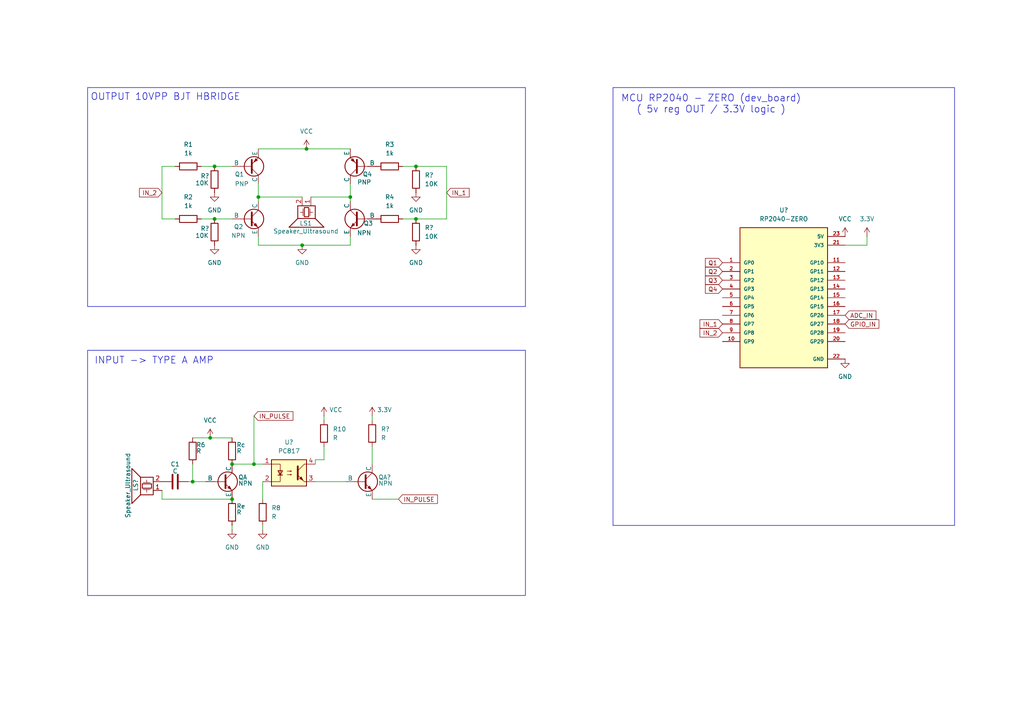
<source format=kicad_sch>
(kicad_sch (version 20250114) (generator "eeschema") (generator_version "9.0")
  (paper "A4")
  (title_block (title "lsd_ultraS") (company "LS_embedded"))
  (lib_symbols
    (symbol "Device:C" (pin_numbers (hide yes)) (pin_names (offset 0.254))
      (property "Reference" "C" (at 0.635 2.54 0))
      (property "Value" "C" (at 0.635 -2.54 0))
      (symbol "C_0_1"
        (polyline (pts (xy -2.032 0.762) (xy 2.032 0.762)) (stroke (width 0.508)))
        (polyline (pts (xy -2.032 -0.762) (xy 2.032 -0.762)) (stroke (width 0.508)))
      )
      (symbol "C_1_1"
        (pin passive line (at 0 3.81 270) (length 2.794) (name "~") (number "1"))
        (pin passive line (at 0 -3.81 90) (length 2.794) (name "~") (number "2"))
      )
    )
    (symbol "Device:R" (pin_numbers (hide yes)) (pin_names (offset 0))
      (property "Reference" "R" (at 2.032 0 90))
      (property "Value" "R" (at 0 0 90))
      (symbol "R_0_1"
        (rectangle (start -1.016 -2.54) (end 1.016 2.54) (stroke (width 0.254)))
      )
      (symbol "R_1_1"
        (pin passive line (at 0 3.81 270) (length 1.27) (name "~") (number "1"))
        (pin passive line (at 0 -3.81 90) (length 1.27) (name "~") (number "2"))
      )
    )
    (symbol "Device:Speaker_Ultrasound" (pin_names (offset 0) (hide yes))
      (property "Reference" "LS" (at 0.635 5.715 0))
      (property "Value" "Speaker_Ultrasound" (at 0.635 3.81 0))
      (symbol "Speaker_Ultrasound_0_0"
        (rectangle (start -2.54 1.27) (end 1.143 -3.81) (stroke (width 0.254)))
        (rectangle (start -2.032 -0.635) (end 0.635 -1.905) (stroke (width 0.254)))
        (polyline (pts (xy -1.651 -0.254) (xy 0.381 -0.254)))
        (polyline (pts (xy -1.651 -2.286) (xy 0.381 -2.286)))
        (polyline (pts (xy -0.635 -0.254) (xy -0.635 0.508)))
        (polyline (pts (xy -0.635 -2.286) (xy -0.635 -3.048)))
        (polyline (pts (xy 1.143 1.27) (xy 3.683 3.81) (xy 3.683 -6.35) (xy 1.143 -3.81)) (stroke (width 0.254)))
      )
      (symbol "Speaker_Ultrasound_1_1"
        (pin input line (at -5.08 0 0) (length 2.54) (name "1") (number "1"))
        (pin input line (at -5.08 -2.54 0) (length 2.54) (name "2") (number "2"))
      )
    )
    (symbol "Isolator:PC817" (pin_names (offset 1.016))
      (property "Reference" "U" (at -5.08 5.08 0))
      (property "Value" "PC817" (at 0 5.08 0))
      (symbol "PC817_0_1"
        (rectangle (start -5.08 3.81) (end 5.08 -3.81) (stroke (width 0.254)) (fill (type background)))
        (polyline (pts (xy -5.08 2.54) (xy -2.54 2.54) (xy -2.54 -0.635)))
        (polyline (pts (xy -3.175 -0.635) (xy -1.905 -0.635)) (stroke (width 0.254)))
        (polyline (pts (xy -2.54 -0.635) (xy -2.54 -2.54) (xy -5.08 -2.54)))
        (polyline (pts (xy -2.54 -0.635) (xy -3.175 0.635) (xy -1.905 0.635) (xy -2.54 -0.635)) (stroke (width 0.254)))
        (polyline (pts (xy -0.508 0.508) (xy 0.762 0.508) (xy 0.381 0.381) (xy 0.381 0.635) (xy 0.762 0.508)))
        (polyline (pts (xy -0.508 -0.508) (xy 0.762 -0.508) (xy 0.381 -0.635) (xy 0.381 -0.381) (xy 0.762 -0.508)))
        (polyline (pts (xy 2.54 1.905) (xy 2.54 -1.905)) (stroke (width 0.508)))
        (polyline (pts (xy 2.54 0.635) (xy 4.445 2.54)))
        (polyline (pts (xy 3.048 -1.651) (xy 3.556 -1.143) (xy 4.064 -2.159) (xy 3.048 -1.651)) (fill (type outline)))
        (polyline (pts (xy 4.445 2.54) (xy 5.08 2.54)))
        (polyline (pts (xy 4.445 -2.54) (xy 2.54 -0.635)) (fill (type outline)))
        (polyline (pts (xy 4.445 -2.54) (xy 5.08 -2.54)))
      )
      (symbol "PC817_1_1"
        (pin passive line (at -7.62 2.54 0) (length 2.54) (name "~") (number "1"))
        (pin passive line (at -7.62 -2.54 0) (length 2.54) (name "~") (number "2"))
        (pin passive line (at 7.62 2.54 180) (length 2.54) (name "~") (number "4"))
        (pin passive line (at 7.62 -2.54 180) (length 2.54) (name "~") (number "3"))
      )
    )
    (symbol "MCU_Module:RP2040-ZERO" (pin_names (offset 1.016))
      (property "Reference" "U" (at -12.7 21.082 0))
      (property "Value" "RP2040-ZERO" (at -12.7 -22.86 0))
      (symbol "RP2040-ZERO_0_0"
        (rectangle (start -12.7 -20.32) (end 12.7 20.32) (stroke (width 0.254)) (fill (type background)))
        (pin bidirectional line (at -17.78 10.16 0) (length 5.08) (name "GP0") (number "1"))
        (pin bidirectional line (at -17.78 7.62 0) (length 5.08) (name "GP1") (number "2"))
        (pin bidirectional line (at -17.78 5.08 0) (length 5.08) (name "GP2") (number "3"))
        (pin bidirectional line (at -17.78 2.54 0) (length 5.08) (name "GP3") (number "4"))
        (pin bidirectional line (at -17.78 0 0) (length 5.08) (name "GP4") (number "5"))
        (pin bidirectional line (at -17.78 -2.54 0) (length 5.08) (name "GP5") (number "6"))
        (pin bidirectional line (at -17.78 -5.08 0) (length 5.08) (name "GP6") (number "7"))
        (pin bidirectional line (at -17.78 -7.62 0) (length 5.08) (name "GP7") (number "8"))
        (pin bidirectional line (at -17.78 -10.16 0) (length 5.08) (name "GP8") (number "9"))
        (pin bidirectional line (at -17.78 -12.7 0) (length 5.08) (name "GP9") (number "10"))
        (pin power_in line (at 17.78 17.78 180) (length 5.08) (name "5V") (number "23"))
        (pin power_in line (at 17.78 15.24 180) (length 5.08) (name "3V3") (number "21"))
        (pin bidirectional line (at 17.78 10.16 180) (length 5.08) (name "GP10") (number "11"))
        (pin bidirectional line (at 17.78 7.62 180) (length 5.08) (name "GP11") (number "12"))
        (pin bidirectional line (at 17.78 5.08 180) (length 5.08) (name "GP12") (number "13"))
        (pin bidirectional line (at 17.78 2.54 180) (length 5.08) (name "GP13") (number "14"))
        (pin bidirectional line (at 17.78 0 180) (length 5.08) (name "GP14") (number "15"))
        (pin bidirectional line (at 17.78 -2.54 180) (length 5.08) (name "GP15") (number "16"))
        (pin bidirectional line (at 17.78 -5.08 180) (length 5.08) (name "GP26") (number "17"))
        (pin bidirectional line (at 17.78 -7.62 180) (length 5.08) (name "GP27") (number "18"))
        (pin bidirectional line (at 17.78 -10.16 180) (length 5.08) (name "GP28") (number "19"))
        (pin bidirectional line (at 17.78 -12.7 180) (length 5.08) (name "GP29") (number "20"))
        (pin power_in line (at 17.78 -17.78 180) (length 5.08) (name "GND") (number "22"))
      )
    )
    (symbol "Simulation_SPICE:NPN" (pin_numbers (hide yes)) (pin_names (offset 0))
      (property "Reference" "Q" (at -2.54 7.62 0))
      (property "Value" "NPN" (at -2.54 5.08 0))
      (symbol "NPN_0_1"
        (polyline (pts (xy -2.54 0) (xy 0.635 0)) (stroke (width 0.1524)))
        (polyline (pts (xy 0.635 1.905) (xy 0.635 -1.905) (xy 0.635 -1.905)) (stroke (width 0.508)))
        (polyline (pts (xy 0.635 0.635) (xy 2.54 2.54)))
        (polyline (pts (xy 0.635 -0.635) (xy 2.54 -2.54) (xy 2.54 -2.54)))
        (circle (center 1.27 0) (radius 2.8194) (stroke (width 0.254)))
        (polyline (pts (xy 1.27 -1.778) (xy 1.778 -1.27) (xy 2.286 -2.286) (xy 1.27 -1.778) (xy 1.27 -1.778)) (fill (type outline)))
        (polyline (pts (xy 2.794 -1.27) (xy 2.794 -1.27)) (stroke (width 0.1524)))
        (polyline (pts (xy 2.794 -1.27) (xy 2.794 -1.27)) (stroke (width 0.1524)))
      )
      (symbol "NPN_1_1"
        (pin input line (at -5.08 0 0) (length 2.54) (name "B") (number "2"))
        (pin open_collector line (at 2.54 5.08 270) (length 2.54) (name "C") (number "1"))
        (pin open_emitter line (at 2.54 -5.08 90) (length 2.54) (name "E") (number "3"))
      )
    )
    (symbol "Simulation_SPICE:PNP" (pin_numbers (hide yes)) (pin_names (offset 0))
      (property "Reference" "Q" (at -2.54 7.62 0))
      (property "Value" "PNP" (at -2.54 5.08 0))
      (symbol "PNP_0_1"
        (polyline (pts (xy -2.54 0) (xy 0.635 0)) (stroke (width 0.1524)))
        (polyline (pts (xy 0.635 1.905) (xy 0.635 -1.905) (xy 0.635 -1.905)) (stroke (width 0.508)))
        (polyline (pts (xy 0.635 0.635) (xy 2.54 2.54)))
        (polyline (pts (xy 0.635 -0.635) (xy 2.54 -2.54) (xy 2.54 -2.54)))
        (circle (center 1.27 0) (radius 2.8194) (stroke (width 0.254)))
        (polyline (pts (xy 2.286 -1.778) (xy 1.778 -2.286) (xy 1.27 -1.27) (xy 2.286 -1.778) (xy 2.286 -1.778)) (fill (type outline)))
      )
      (symbol "PNP_1_1"
        (pin input line (at -5.08 0 0) (length 2.54) (name "B") (number "2"))
        (pin open_collector line (at 2.54 5.08 270) (length 2.54) (name "C") (number "1"))
        (pin open_emitter line (at 2.54 -5.08 90) (length 2.54) (name "E") (number "3"))
      )
    )
    (symbol "power:GND" (power) (pin_numbers (hide yes)) (pin_names (offset 0) (hide yes))
      (property "Value" "GND" (at 0 -3.81 0))
      (symbol "GND_0_1"
        (polyline (pts (xy 0 0) (xy 0 -1.27) (xy 1.27 -1.27) (xy 0 -2.54) (xy -1.27 -1.27) (xy 0 -1.27)))
      )
      (symbol "GND_1_1"
        (pin power_in line (at 0 0 270) (length 0) (name "~") (number "1"))
      )
    )
    (symbol "power:VCC" (power) (pin_numbers (hide yes)) (pin_names (offset 0) (hide yes))
      (property "Value" "VCC" (at 0 3.556 0))
      (symbol "VCC_0_1"
        (polyline (pts (xy -0.762 1.27) (xy 0 2.54)))
        (polyline (pts (xy 0 2.54) (xy 0.762 1.27)))
        (polyline (pts (xy 0 0) (xy 0 2.54)))
      )
      (symbol "VCC_1_1"
        (pin power_in line (at 0 0 90) (length 0) (name "~") (number "1"))
      )
    )
  )
  (rectangle (start 25.4 101.6) (end 152.4 172.72))
  (rectangle (start 177.8 25.4) (end 276.86 152.4))
  (rectangle (start 25.4 25.4) (end 152.4 88.9))
  (text "MCU RP2040 - ZERO (dev_board)\n( 5v reg OUT / 3.3V logic )" (at 206.248 30.226 0) (effects (font (size 2 2))))
  (text "INPUT -> TYPE A AMP" (at 44.704 104.648 0) (effects (font (size 2 2))))
  (text "OUTPUT 10VPP BJT HBRIDGE" (at 48.006 28.194 0) (effects (font (size 2 2))))
  (junction (at 67.31 144.78))
  (junction (at 55.88 139.7))
  (junction (at 87.63 71.12))
  (junction (at 73.66 134.62))
  (junction (at 120.65 48.26))
  (junction (at 60.96 127))
  (junction (at 62.23 48.26))
  (junction (at 101.6 57.15))
  (junction (at 88.9 43.18))
  (junction (at 67.31 134.62))
  (junction (at 120.65 63.5))
  (junction (at 74.93 57.15))
  (junction (at 62.23 63.5))
  (wire (pts (xy 46.99 48.26) (xy 50.8 48.26)))
  (wire (pts (xy 93.98 133.35) (xy 93.98 129.54)))
  (wire (pts (xy 120.65 63.5) (xy 116.84 63.5)))
  (wire (pts (xy 74.93 68.58) (xy 74.93 71.12)))
  (wire (pts (xy 93.98 120.65) (xy 93.98 121.92)))
  (wire (pts (xy 46.99 142.24) (xy 46.99 144.78)))
  (wire (pts (xy 129.54 48.26) (xy 129.54 63.5)))
  (wire (pts (xy 76.2 144.78) (xy 76.2 139.7)))
  (wire (pts (xy 55.88 134.62) (xy 55.88 139.7)))
  (wire (pts (xy 46.99 48.26) (xy 46.99 63.5)))
  (wire (pts (xy 107.95 129.54) (xy 107.95 134.62)))
  (wire (pts (xy 245.11 71.12) (xy 251.46 71.12)))
  (wire (pts (xy 251.46 68.58) (xy 251.46 71.12)))
  (wire (pts (xy 55.88 139.7) (xy 59.69 139.7)))
  (wire (pts (xy 74.93 43.18) (xy 88.9 43.18)))
  (wire (pts (xy 74.93 53.34) (xy 74.93 57.15)))
  (wire (pts (xy 60.96 127) (xy 67.31 127)))
  (wire (pts (xy 101.6 68.58) (xy 101.6 71.12)))
  (wire (pts (xy 115.57 144.78) (xy 107.95 144.78)))
  (wire (pts (xy 62.23 48.26) (xy 67.31 48.26)))
  (wire (pts (xy 100.33 139.7) (xy 91.44 139.7)))
  (wire (pts (xy 73.66 134.62) (xy 76.2 134.62)))
  (wire (pts (xy 73.66 120.65) (xy 73.66 134.62)))
  (wire (pts (xy 101.6 57.15) (xy 101.6 58.42)))
  (wire (pts (xy 87.63 71.12) (xy 101.6 71.12)))
  (wire (pts (xy 91.44 133.35) (xy 91.44 134.62)))
  (wire (pts (xy 46.99 63.5) (xy 50.8 63.5)))
  (wire (pts (xy 129.54 48.26) (xy 120.65 48.26)))
  (wire (pts (xy 67.31 134.62) (xy 73.66 134.62)))
  (wire (pts (xy 58.42 48.26) (xy 62.23 48.26)))
  (wire (pts (xy 74.93 71.12) (xy 87.63 71.12)))
  (wire (pts (xy 88.9 43.18) (xy 101.6 43.18)))
  (wire (pts (xy 46.99 144.78) (xy 67.31 144.78)))
  (wire (pts (xy 91.44 133.35) (xy 93.98 133.35)))
  (wire (pts (xy 55.88 127) (xy 60.96 127)))
  (wire (pts (xy 58.42 63.5) (xy 62.23 63.5)))
  (wire (pts (xy 101.6 53.34) (xy 101.6 57.15)))
  (wire (pts (xy 129.54 63.5) (xy 120.65 63.5)))
  (wire (pts (xy 120.65 48.26) (xy 116.84 48.26)))
  (wire (pts (xy 107.95 120.65) (xy 107.95 121.92)))
  (wire (pts (xy 74.93 57.15) (xy 87.63 57.15)))
  (wire (pts (xy 90.17 57.15) (xy 101.6 57.15)))
  (wire (pts (xy 54.61 139.7) (xy 55.88 139.7)))
  (wire (pts (xy 74.93 57.15) (xy 74.93 58.42)))
  (wire (pts (xy 67.31 153.67) (xy 67.31 152.4)))
  (wire (pts (xy 76.2 153.67) (xy 76.2 152.4)))
  (wire (pts (xy 62.23 63.5) (xy 67.31 63.5)))
  (global_label "IN_PULSE" (shape input) (at 115.57 144.78 0) (property "Intersheetrefs" "${INTERSHEET_REFS}" (effects (hide yes))))
  (global_label "IN_1" (shape input) (at 209.55 93.98 180) (property "Intersheetrefs" "${INTERSHEET_REFS}" (effects (hide yes))))
  (global_label "ADC_IN" (shape input) (at 245.11 91.44 0) (property "Intersheetrefs" "${INTERSHEET_REFS}" (effects (hide yes))))
  (global_label "GPIO_IN" (shape input) (at 245.11 93.98 0) (property "Intersheetrefs" "${INTERSHEET_REFS}" (effects (hide yes))))
  (global_label "Q4" (shape input) (at 209.55 83.82 180) (property "Intersheetrefs" "${INTERSHEET_REFS}" (effects (hide yes))))
  (global_label "Q2" (shape input) (at 209.55 78.74 180) (property "Intersheetrefs" "${INTERSHEET_REFS}" (effects (hide yes))))
  (global_label "IN_2" (shape input) (at 46.99 55.88 180) (property "Intersheetrefs" "${INTERSHEET_REFS}" (effects (hide yes))))
  (global_label "IN_2" (shape input) (at 209.55 96.52 180) (property "Intersheetrefs" "${INTERSHEET_REFS}" (effects (hide yes))))
  (global_label "IN_1" (shape input) (at 129.54 55.88 0) (property "Intersheetrefs" "${INTERSHEET_REFS}" (effects (hide yes))))
  (global_label "Q1" (shape input) (at 209.55 76.2 180) (property "Intersheetrefs" "${INTERSHEET_REFS}" (effects (hide yes))))
  (global_label "Q3" (shape input) (at 209.55 81.28 180) (property "Intersheetrefs" "${INTERSHEET_REFS}" (effects (hide yes))))
  (global_label "IN_PULSE" (shape input) (at 73.66 120.65 0) (property "Intersheetrefs" "${INTERSHEET_REFS}" (effects (hide yes))))
  (symbol (lib_id "Device:R") (at 67.31 130.81 0) (unit 1)
    (property "Reference" "Rc" (at 68.58 129.032 0) (effects (justify left)))
    (property "Value" "R" (at 68.58 130.81 0) (effects (justify left)))
    (property "Description" "Resistor" (effects (hide yes)))
  )
  (symbol (lib_id "Simulation_SPICE:PNP") (at 104.14 48.26 180) (unit 1)
    (property "Reference" "Q4" (at 107.95 50.546 0) (effects (justify left)))
    (property "Value" "PNP" (at 107.696 52.832 0) (effects (justify left)))
    (property "Datasheet" "https://ngspice.sourceforge.io/docs/ngspice-html-manual/manual.xhtml#cha_BJTs" (effects (hide yes)))
    (property "Description" "Bipolar transistor symbol for simulation only, substrate tied to the emitter" (effects (hide yes)))
    (property "Sim.Device" "PNP" (effects (hide yes)))
    (property "Sim.Type" "GUMMELPOON" (effects (hide yes)))
    (property "Sim.Pins" "1=C 2=B 3=E" (effects (hide yes)))
  )
  (symbol (lib_id "power:VCC") (at 88.9 43.18 0) (unit 1)
    (property "Reference" "#PWR01" (effects (hide yes)))
    (property "Value" "VCC" (at 88.9 38.1 0))
    (property "Description" "Power symbol creates a global label with name \"VCC\"" (effects (hide yes)))
  )
  (symbol (lib_id "Device:R") (at 62.23 52.07 180) (unit 1)
    (property "Reference" "R?" (at 58.166 51.054 0) (effects (justify right)))
    (property "Value" "10K" (at 56.642 53.086 0) (effects (justify right)))
    (property "Description" "Resistor" (effects (hide yes)))
  )
  (symbol (lib_id "power:GND") (at 62.23 55.88 0) (unit 1)
    (property "Reference" "#PWR011" (effects (hide yes)))
    (property "Value" "GND" (at 62.23 60.96 0))
    (property "Description" "Power symbol creates a global label with name \"GND\" , ground" (effects (hide yes)))
  )
  (symbol (lib_id "power:VCC") (at 93.98 120.65 0) (unit 1)
    (property "Reference" "#PWR05" (effects (hide yes)))
    (property "Value" "VCC" (at 95.504 118.872 0) (effects (justify left)))
    (property "Description" "Power symbol creates a global label with name \"VCC\"" (effects (hide yes)))
  )
  (symbol (lib_id "Device:R") (at 113.03 48.26 90) (unit 1)
    (property "Reference" "R3" (at 113.03 41.91 90))
    (property "Value" "1k" (at 113.03 44.45 90))
    (property "Description" "Resistor" (effects (hide yes)))
  )
  (symbol (lib_id "Simulation_SPICE:PNP") (at 72.39 48.26 0) (mirror x) (unit 1)
    (property "Reference" "Q1" (at 68.072 50.546 0) (effects (justify left)))
    (property "Value" "PNP" (at 68.072 53.34 0) (effects (justify left)))
    (property "Datasheet" "https://ngspice.sourceforge.io/docs/ngspice-html-manual/manual.xhtml#cha_BJTs" (effects (hide yes)))
    (property "Description" "Bipolar transistor symbol for simulation only, substrate tied to the emitter" (effects (hide yes)))
    (property "Sim.Device" "PNP" (effects (hide yes)))
    (property "Sim.Type" "GUMMELPOON" (effects (hide yes)))
    (property "Sim.Pins" "1=C 2=B 3=E" (effects (hide yes)))
  )
  (symbol (lib_id "Device:Speaker_Ultrasound") (at 41.91 142.24 180) (unit 1)
    (property "Reference" "LS?" (at 39.37 138.938 90) (effects (justify left)))
    (property "Value" "Speaker_Ultrasound" (at 37.084 131.318 90) (effects (justify left)))
    (property "Description" "Ultrasonic transducer" (effects (hide yes)))
  )
  (symbol (lib_id "Device:R") (at 55.88 130.81 0) (unit 1)
    (property "Reference" "R6" (at 56.896 129.032 0) (effects (justify left)))
    (property "Value" "R" (at 56.896 130.81 0) (effects (justify left)))
    (property "Description" "Resistor" (effects (hide yes)))
  )
  (symbol (lib_id "Device:C") (at 50.8 139.7 270) (unit 1)
    (property "Reference" "C1" (at 50.8 134.62 90))
    (property "Value" "C" (at 50.8 136.652 90))
    (property "Description" "Unpolarized capacitor" (effects (hide yes)))
  )
  (symbol (lib_id "power:VCC") (at 251.46 68.58 0) (unit 1)
    (property "Reference" "#PWR08" (effects (hide yes)))
    (property "Value" "3.3V" (at 251.46 63.5 0))
    (property "Description" "Power symbol creates a global label with name \"VCC\"" (effects (hide yes)))
  )
  (symbol (lib_id "Device:R") (at 62.23 67.31 180) (unit 1)
    (property "Reference" "R?" (at 58.166 66.294 0) (effects (justify right)))
    (property "Value" "10K" (at 56.642 68.326 0) (effects (justify right)))
    (property "Description" "Resistor" (effects (hide yes)))
  )
  (symbol (lib_id "Simulation_SPICE:NPN") (at 105.41 139.7 0) (unit 1)
    (property "Reference" "QA?" (at 109.728 138.43 0) (effects (justify left)))
    (property "Value" "NPN" (at 109.728 140.208 0) (effects (justify left)))
    (property "Datasheet" "https://ngspice.sourceforge.io/docs/ngspice-html-manual/manual.xhtml#cha_BJTs" (effects (hide yes)))
    (property "Description" "Bipolar transistor symbol for simulation only, substrate tied to the emitter" (effects (hide yes)))
    (property "Sim.Device" "NPN" (effects (hide yes)))
    (property "Sim.Type" "GUMMELPOON" (effects (hide yes)))
    (property "Sim.Pins" "1=C 2=B 3=E" (effects (hide yes)))
  )
  (symbol (lib_id "Device:R") (at 54.61 48.26 90) (unit 1)
    (property "Reference" "R1" (at 54.61 41.91 90))
    (property "Value" "1k" (at 54.61 44.45 90))
    (property "Description" "Resistor" (effects (hide yes)))
  )
  (symbol (lib_id "Device:Speaker_Ultrasound") (at 90.17 62.23 270) (unit 1)
    (property "Reference" "LS1" (at 86.868 64.77 90) (effects (justify left)))
    (property "Value" "Speaker_Ultrasound" (at 79.248 67.056 90) (effects (justify left)))
    (property "Description" "Ultrasonic transducer" (effects (hide yes)))
  )
  (symbol (lib_id "MCU_Module:RP2040-ZERO") (at 227.33 86.36 0) (unit 1)
    (property "Reference" "U?" (at 227.33 60.96 0))
    (property "Value" "RP2040-ZERO" (at 227.33 63.5 0))
    (property "Footprint" "RP2040-ZERO:MODULE_RP2040-ZERO" (effects (hide yes)))
    (property "MF" "Waveshare Electronics" (effects (hide yes)))
    (property "MAXIMUM_PACKAGE_HEIGHT" "5.35mm" (effects (hide yes)))
    (property "Package" "Package" (effects (hide yes)))
    (property "Price" "None" (effects (hide yes)))
    (property "Check_prices" "https://www.snapeda.com/parts/RP2040-ZERO/Waveshare+Electronics/view-part/?ref=eda" (effects (hide yes)))
    (property "STANDARD" "Manufacturer Recommendations" (effects (hide yes)))
    (property "PARTREV" "NA" (effects (hide yes)))
    (property "SnapEDA_Link" "https://www.snapeda.com/parts/RP2040-ZERO/Waveshare+Electronics/view-part/?ref=snap" (effects (hide yes)))
    (property "MP" "RP2040-ZERO" (effects (hide yes)))
    (property "Description_1" "Low-Cost, High-Performance Pico-Like MCU Board Based On Raspberry Pi Microcontroller RP2040" (effects (hide yes)))
    (property "Availability" "Not in stock" (effects (hide yes)))
    (property "MANUFACTURER" "Waveshare" (effects (hide yes)))
  )
  (symbol (lib_id "power:GND") (at 76.2 153.67 0) (unit 1)
    (property "Reference" "#PWR03" (effects (hide yes)))
    (property "Value" "GND" (at 76.2 158.75 0))
    (property "Description" "Power symbol creates a global label with name \"GND\" , ground" (effects (hide yes)))
  )
  (symbol (lib_id "Device:R") (at 107.95 125.73 0) (unit 1)
    (property "Reference" "R?" (at 110.49 124.4599 0) (effects (justify left)))
    (property "Value" "R" (at 110.49 126.9999 0) (effects (justify left)))
    (property "Description" "Resistor" (effects (hide yes)))
  )
  (symbol (lib_id "Simulation_SPICE:NPN") (at 64.77 139.7 0) (unit 1)
    (property "Reference" "QA" (at 69.088 138.43 0) (effects (justify left)))
    (property "Value" "NPN" (at 69.088 140.208 0) (effects (justify left)))
    (property "Datasheet" "https://ngspice.sourceforge.io/docs/ngspice-html-manual/manual.xhtml#cha_BJTs" (effects (hide yes)))
    (property "Description" "Bipolar transistor symbol for simulation only, substrate tied to the emitter" (effects (hide yes)))
    (property "Sim.Device" "NPN" (effects (hide yes)))
    (property "Sim.Type" "GUMMELPOON" (effects (hide yes)))
    (property "Sim.Pins" "1=C 2=B 3=E" (effects (hide yes)))
  )
  (symbol (lib_id "power:GND") (at 62.23 71.12 0) (unit 1)
    (property "Reference" "#PWR010" (effects (hide yes)))
    (property "Value" "GND" (at 62.23 76.2 0))
    (property "Description" "Power symbol creates a global label with name \"GND\" , ground" (effects (hide yes)))
  )
  (symbol (lib_id "power:GND") (at 87.63 71.12 0) (unit 1)
    (property "Reference" "#PWR02" (effects (hide yes)))
    (property "Value" "GND" (at 87.63 76.2 0))
    (property "Description" "Power symbol creates a global label with name \"GND\" , ground" (effects (hide yes)))
  )
  (symbol (lib_id "power:GND") (at 245.11 104.14 0) (unit 1)
    (property "Reference" "#PWR06" (effects (hide yes)))
    (property "Value" "GND" (at 245.11 109.22 0))
    (property "Description" "Power symbol creates a global label with name \"GND\" , ground" (effects (hide yes)))
  )
  (symbol (lib_id "Device:R") (at 120.65 67.31 180) (unit 1)
    (property "Reference" "R?" (at 123.19 66.0399 0) (effects (justify right)))
    (property "Value" "10K" (at 123.19 68.5799 0) (effects (justify right)))
    (property "Description" "Resistor" (effects (hide yes)))
  )
  (symbol (lib_id "power:GND") (at 120.65 71.12 0) (unit 1)
    (property "Reference" "#PWR012" (effects (hide yes)))
    (property "Value" "GND" (at 120.65 76.2 0))
    (property "Description" "Power symbol creates a global label with name \"GND\" , ground" (effects (hide yes)))
  )
  (symbol (lib_id "power:VCC") (at 245.11 68.58 0) (unit 1)
    (property "Reference" "#PWR07" (effects (hide yes)))
    (property "Value" "VCC" (at 245.11 63.5 0))
    (property "Description" "Power symbol creates a global label with name \"VCC\"" (effects (hide yes)))
  )
  (symbol (lib_id "power:GND") (at 120.65 55.88 0) (unit 1)
    (property "Reference" "#PWR013" (effects (hide yes)))
    (property "Value" "GND" (at 120.65 60.96 0))
    (property "Description" "Power symbol creates a global label with name \"GND\" , ground" (effects (hide yes)))
  )
  (symbol (lib_id "Device:R") (at 113.03 63.5 90) (unit 1)
    (property "Reference" "R4" (at 113.03 57.15 90))
    (property "Value" "1k" (at 113.03 59.69 90))
    (property "Description" "Resistor" (effects (hide yes)))
  )
  (symbol (lib_id "Device:R") (at 67.31 148.59 0) (unit 1)
    (property "Reference" "Re" (at 68.58 146.812 0) (effects (justify left)))
    (property "Value" "R" (at 68.58 148.59 0) (effects (justify left)))
    (property "Description" "Resistor" (effects (hide yes)))
  )
  (symbol (lib_id "Device:R") (at 120.65 52.07 180) (unit 1)
    (property "Reference" "R?" (at 123.19 50.7999 0) (effects (justify right)))
    (property "Value" "10K" (at 123.19 53.3399 0) (effects (justify right)))
    (property "Description" "Resistor" (effects (hide yes)))
  )
  (symbol (lib_id "Isolator:PC817") (at 83.82 137.16 0) (unit 1)
    (property "Reference" "U?" (at 83.82 128.27 0))
    (property "Value" "PC817" (at 83.82 130.81 0))
    (property "Footprint" "Package_DIP:DIP-4_W7.62mm" (effects (hide yes)))
    (property "Datasheet" "http://www.soselectronic.cz/a_info/resource/d/pc817.pdf" (effects (hide yes)))
    (property "Description" "DC Optocoupler, Vce 35V, CTR 50-300%, DIP-4" (effects (hide yes)))
  )
  (symbol (lib_id "Device:R") (at 93.98 125.73 0) (unit 1)
    (property "Reference" "R10" (at 96.52 124.4599 0) (effects (justify left)))
    (property "Value" "R" (at 96.52 126.9999 0) (effects (justify left)))
    (property "Description" "Resistor" (effects (hide yes)))
  )
  (symbol (lib_id "power:VCC") (at 60.96 127 0) (unit 1)
    (property "Reference" "#PWR04" (effects (hide yes)))
    (property "Value" "VCC" (at 60.96 121.92 0))
    (property "Description" "Power symbol creates a global label with name \"VCC\"" (effects (hide yes)))
  )
  (symbol (lib_id "Device:R") (at 76.2 148.59 0) (unit 1)
    (property "Reference" "R8" (at 78.74 147.3199 0) (effects (justify left)))
    (property "Value" "R" (at 78.74 149.8599 0) (effects (justify left)))
    (property "Description" "Resistor" (effects (hide yes)))
  )
  (symbol (lib_id "Simulation_SPICE:NPN") (at 72.39 63.5 0) (unit 1)
    (property "Reference" "Q2" (at 67.818 65.786 0) (effects (justify left)))
    (property "Value" "NPN" (at 67.056 68.326 0) (effects (justify left)))
    (property "Datasheet" "https://ngspice.sourceforge.io/docs/ngspice-html-manual/manual.xhtml#cha_BJTs" (effects (hide yes)))
    (property "Description" "Bipolar transistor symbol for simulation only, substrate tied to the emitter" (effects (hide yes)))
    (property "Sim.Device" "NPN" (effects (hide yes)))
    (property "Sim.Type" "GUMMELPOON" (effects (hide yes)))
    (property "Sim.Pins" "1=C 2=B 3=E" (effects (hide yes)))
  )
  (symbol (lib_id "power:GND") (at 67.31 153.67 0) (unit 1)
    (property "Reference" "#PWR09" (effects (hide yes)))
    (property "Value" "GND" (at 67.31 158.75 0))
    (property "Description" "Power symbol creates a global label with name \"GND\" , ground" (effects (hide yes)))
  )
  (symbol (lib_id "power:VCC") (at 107.95 120.65 0) (unit 1)
    (property "Reference" "#PWR014" (effects (hide yes)))
    (property "Value" "3.3V" (at 111.506 118.872 0))
    (property "Description" "Power symbol creates a global label with name \"VCC\"" (effects (hide yes)))
  )
  (symbol (lib_id "Device:R") (at 54.61 63.5 90) (unit 1)
    (property "Reference" "R2" (at 54.61 57.15 90))
    (property "Value" "1k" (at 54.61 59.69 90))
    (property "Description" "Resistor" (effects (hide yes)))
  )
  (symbol (lib_id "Simulation_SPICE:NPN") (at 104.14 63.5 0) (mirror y) (unit 1)
    (property "Reference" "Q3" (at 108.204 64.77 0) (effects (justify left)))
    (property "Value" "NPN" (at 107.696 67.564 0) (effects (justify left)))
    (property "Datasheet" "https://ngspice.sourceforge.io/docs/ngspice-html-manual/manual.xhtml#cha_BJTs" (effects (hide yes)))
    (property "Description" "Bipolar transistor symbol for simulation only, substrate tied to the emitter" (effects (hide yes)))
    (property "Sim.Device" "NPN" (effects (hide yes)))
    (property "Sim.Type" "GUMMELPOON" (effects (hide yes)))
    (property "Sim.Pins" "1=C 2=B 3=E" (effects (hide yes)))
  )
)
</source>
